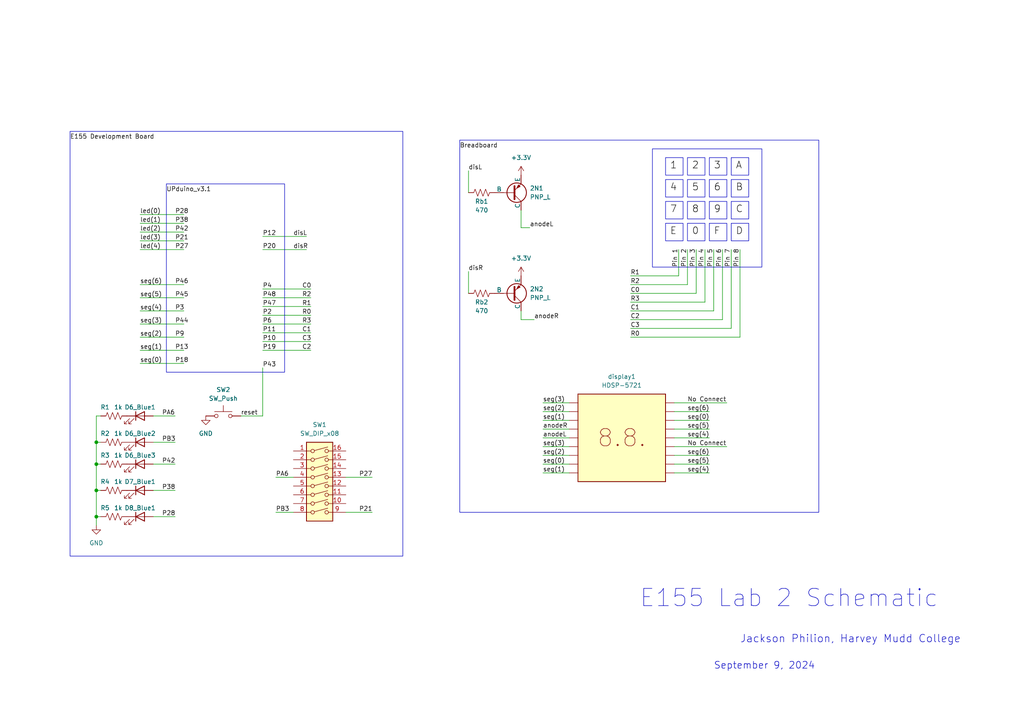
<source format=kicad_sch>
(kicad_sch (version 20230121) (generator eeschema)
  (paper "A4")
  (lib_symbols
    (symbol "Device:LED" (pin_numbers hide) (pin_names (offset 1.016) hide)
      (property "Reference" "D" (at 0 2.54 0))
      (property "Value" "LED" (at 0 -2.54 0))
      (symbol "LED_0_1"
        (polyline (pts (xy -1.27 -1.27) (xy -1.27 1.27)) (stroke (width 0.254)))
        (polyline (pts (xy -1.27 0) (xy 1.27 0)))
        (polyline (pts (xy 1.27 -1.27) (xy 1.27 1.27) (xy -1.27 0) (xy 1.27 -1.27)) (stroke (width 0.254)))
        (polyline (pts (xy -3.048 -0.762) (xy -4.572 -2.286) (xy -3.81 -2.286) (xy -4.572 -2.286) (xy -4.572 -1.524)))
        (polyline (pts (xy -1.778 -0.762) (xy -3.302 -2.286) (xy -2.54 -2.286) (xy -3.302 -2.286) (xy -3.302 -1.524)))
      )
      (symbol "LED_1_1"
        (pin passive line (at -3.81 0 0) (length 2.54) (name "K") (number "1"))
        (pin passive line (at 3.81 0 180) (length 2.54) (name "A") (number "2"))
      )
    )
    (symbol "Device:R_US" (pin_numbers hide) (pin_names (offset 0))
      (property "Reference" "R" (at 2.54 0 90))
      (property "Value" "R_US" (at -2.54 0 90))
      (symbol "R_US_0_1"
        (polyline (pts (xy 0 -2.286) (xy 0 -2.54)))
        (polyline (pts (xy 0 2.286) (xy 0 2.54)))
        (polyline (pts (xy 0 -0.762) (xy 1.016 -1.143) (xy 0 -1.524) (xy -1.016 -1.905) (xy 0 -2.286)))
        (polyline (pts (xy 0 0.762) (xy 1.016 0.381) (xy 0 0) (xy -1.016 -0.381) (xy 0 -0.762)))
        (polyline (pts (xy 0 2.286) (xy 1.016 1.905) (xy 0 1.524) (xy -1.016 1.143) (xy 0 0.762)))
      )
      (symbol "R_US_1_1"
        (pin passive line (at 0 3.81 270) (length 1.27) (name "~") (number "1"))
        (pin passive line (at 0 -3.81 90) (length 1.27) (name "~") (number "2"))
      )
    )
    (symbol "Display_Character:DA56-11CGKWA" (pin_numbers hide) (pin_names hide)
      (property "Reference" "display1" (at 0 -17.78 0))
      (property "Value" "HDSP-5721" (at 0 -15.24 0))
      (symbol "DA56-11CGKWA_0_1"
        (rectangle (start -12.7 12.7) (end 12.7 -12.7) (stroke (width 0.254)) (fill (type background)))
      )
      (symbol "DA56-11CGKWA_1_0"
        (text "8.8." (at 0 0 0) (effects (font (size 5 5))))
      )
      (symbol "DA56-11CGKWA_1_1"
        (pin input line (at -15.24 0 0) (length 2.54) (name "DIG1_E") (number "1"))
        (pin input line (at 15.24 7.62 180) (length 2.54) (name "DIG2_B") (number "10"))
        (pin input line (at 15.24 10.16 180) (length 2.54) (name "DIG2_A") (number "11"))
        (pin input line (at 15.24 -2.54 180) (length 2.54) (name "DIG2_F") (number "12"))
        (pin input line (at 15.24 -10.16 180) (length 2.54) (name "DIG2_CA") (number "13"))
        (pin input line (at -15.24 -10.16 0) (length 2.54) (name "DIG1_CA") (number "14"))
        (pin input line (at -15.24 7.62 0) (length 2.54) (name "DIG1_B") (number "15"))
        (pin input line (at -15.24 10.16 0) (length 2.54) (name "DIG1_A") (number "16"))
        (pin input line (at -15.24 -5.08 0) (length 2.54) (name "DIG1_G") (number "17"))
        (pin input line (at -15.24 -2.54 0) (length 2.54) (name "DIG1_F") (number "18"))
        (pin input line (at -15.24 2.54 0) (length 2.54) (name "DIG1_D") (number "2"))
        (pin input line (at -15.24 5.08 0) (length 2.54) (name "DIG1_C") (number "3"))
        (pin input line (at -15.24 -7.62 0) (length 2.54) (name "DP1") (number "4"))
        (pin input line (at 15.24 0 180) (length 2.54) (name "DIG2_E") (number "5"))
        (pin input line (at 15.24 2.54 180) (length 2.54) (name "DIG2_D") (number "6"))
        (pin input line (at 15.24 -5.08 180) (length 2.54) (name "DIG2_G") (number "7"))
        (pin input line (at 15.24 5.08 180) (length 2.54) (name "DIG2_C") (number "8"))
        (pin input line (at 15.24 -7.62 180) (length 2.54) (name "DP2") (number "9"))
      )
    )
    (symbol "Simulation_SPICE:PNP" (pin_numbers hide) (pin_names (offset 0))
      (property "Reference" "Q" (at -2.54 7.62 0))
      (property "Value" "PNP" (at -2.54 5.08 0))
      (symbol "PNP_0_1"
        (polyline (pts (xy -2.54 0) (xy 0.635 0)) (stroke (width 0.1524)))
        (polyline (pts (xy 0.635 0.635) (xy 2.54 2.54)))
        (polyline (pts (xy 0.635 -0.635) (xy 2.54 -2.54) (xy 2.54 -2.54)))
        (polyline (pts (xy 0.635 1.905) (xy 0.635 -1.905) (xy 0.635 -1.905)) (stroke (width 0.508)))
        (polyline (pts (xy 2.286 -1.778) (xy 1.778 -2.286) (xy 1.27 -1.27) (xy 2.286 -1.778) (xy 2.286 -1.778)) (fill (type outline)))
        (circle (center 1.27 0) (radius 2.8194) (stroke (width 0.254)))
      )
      (symbol "PNP_1_1"
        (pin open_collector line (at 2.54 5.08 270) (length 2.54) (name "C") (number "1"))
        (pin input line (at -5.08 0 0) (length 2.54) (name "B") (number "2"))
        (pin open_emitter line (at 2.54 -5.08 90) (length 2.54) (name "E") (number "3"))
      )
    )
    (symbol "Switch:SW_DIP_x08" (pin_names (offset 0) hide)
      (property "Reference" "SW" (at 0 13.97 0))
      (property "Value" "SW_DIP_x08" (at 0 -11.43 0))
      (symbol "SW_DIP_x08_0_0"
        (circle (center -2.032 -7.62) (radius 0.508))
        (circle (center -2.032 -5.08) (radius 0.508))
        (circle (center -2.032 -2.54) (radius 0.508))
        (circle (center -2.032 0) (radius 0.508))
        (circle (center -2.032 2.54) (radius 0.508))
        (circle (center -2.032 5.08) (radius 0.508))
        (circle (center -2.032 7.62) (radius 0.508))
        (circle (center -2.032 10.16) (radius 0.508))
        (polyline (pts (xy -1.524 -7.4676) (xy 2.3622 -6.4262)))
        (polyline (pts (xy -1.524 -4.9276) (xy 2.3622 -3.8862)))
        (polyline (pts (xy -1.524 -2.3876) (xy 2.3622 -1.3462)))
        (polyline (pts (xy -1.524 0.127) (xy 2.3622 1.1684)))
        (polyline (pts (xy -1.524 2.667) (xy 2.3622 3.7084)))
        (polyline (pts (xy -1.524 5.207) (xy 2.3622 6.2484)))
        (polyline (pts (xy -1.524 7.747) (xy 2.3622 8.7884)))
        (polyline (pts (xy -1.524 10.287) (xy 2.3622 11.3284)))
        (circle (center 2.032 -7.62) (radius 0.508))
        (circle (center 2.032 -5.08) (radius 0.508))
        (circle (center 2.032 -2.54) (radius 0.508))
        (circle (center 2.032 0) (radius 0.508))
        (circle (center 2.032 2.54) (radius 0.508))
        (circle (center 2.032 5.08) (radius 0.508))
        (circle (center 2.032 7.62) (radius 0.508))
        (circle (center 2.032 10.16) (radius 0.508))
      )
      (symbol "SW_DIP_x08_0_1"
        (rectangle (start -3.81 12.7) (end 3.81 -10.16) (stroke (width 0.254)) (fill (type background)))
      )
      (symbol "SW_DIP_x08_1_1"
        (pin passive line (at -7.62 10.16 0) (length 5.08) (name "~") (number "1"))
        (pin passive line (at 7.62 -5.08 180) (length 5.08) (name "~") (number "10"))
        (pin passive line (at 7.62 -2.54 180) (length 5.08) (name "~") (number "11"))
        (pin passive line (at 7.62 0 180) (length 5.08) (name "~") (number "12"))
        (pin passive line (at 7.62 2.54 180) (length 5.08) (name "~") (number "13"))
        (pin passive line (at 7.62 5.08 180) (length 5.08) (name "~") (number "14"))
        (pin passive line (at 7.62 7.62 180) (length 5.08) (name "~") (number "15"))
        (pin passive line (at 7.62 10.16 180) (length 5.08) (name "~") (number "16"))
        (pin passive line (at -7.62 7.62 0) (length 5.08) (name "~") (number "2"))
        (pin passive line (at -7.62 5.08 0) (length 5.08) (name "~") (number "3"))
        (pin passive line (at -7.62 2.54 0) (length 5.08) (name "~") (number "4"))
        (pin passive line (at -7.62 0 0) (length 5.08) (name "~") (number "5"))
        (pin passive line (at -7.62 -2.54 0) (length 5.08) (name "~") (number "6"))
        (pin passive line (at -7.62 -5.08 0) (length 5.08) (name "~") (number "7"))
        (pin passive line (at -7.62 -7.62 0) (length 5.08) (name "~") (number "8"))
        (pin passive line (at 7.62 -7.62 180) (length 5.08) (name "~") (number "9"))
      )
    )
    (symbol "Switch:SW_Push" (pin_numbers hide) (pin_names (offset 1.016) hide)
      (property "Reference" "SW" (at 1.27 2.54 0))
      (property "Value" "SW_Push" (at 0 -1.524 0))
      (symbol "SW_Push_0_1"
        (circle (center -2.032 0) (radius 0.508))
        (polyline (pts (xy 0 1.27) (xy 0 3.048)))
        (polyline (pts (xy 2.54 1.27) (xy -2.54 1.27)))
        (circle (center 2.032 0) (radius 0.508))
        (pin passive line (at -5.08 0 0) (length 2.54) (name "1") (number "1"))
        (pin passive line (at 5.08 0 180) (length 2.54) (name "2") (number "2"))
      )
    )
    (symbol "power:+3.3V" (power) (pin_names (offset 0))
      (property "Value" "+3.3V" (at 0 3.556 0))
      (symbol "+3.3V_0_1"
        (polyline (pts (xy -0.762 1.27) (xy 0 2.54)))
        (polyline (pts (xy 0 0) (xy 0 2.54)))
        (polyline (pts (xy 0 2.54) (xy 0.762 1.27)))
      )
      (symbol "+3.3V_1_1"
        (pin power_in line (at 0 0 90) (length 0) hide (name "+3.3V") (number "1"))
      )
    )
    (symbol "power:GND" (power) (pin_names (offset 0))
      (property "Value" "GND" (at 0 -3.81 0))
      (symbol "GND_0_1"
        (polyline (pts (xy 0 0) (xy 0 -1.27) (xy 1.27 -1.27) (xy 0 -2.54) (xy -1.27 -1.27) (xy 0 -1.27)))
      )
      (symbol "GND_1_1"
        (pin power_in line (at 0 0 270) (length 0) hide (name "GND") (number "1"))
      )
    )
  )
  (junction (at 27.94 128.27))
  (junction (at 27.94 134.62))
  (junction (at 27.94 142.24))
  (junction (at 27.94 149.86))
  (wire (pts (xy 151.13 92.71) (xy 151.13 90.17)))
  (wire (pts (xy 157.48 127) (xy 165.1 127)))
  (wire (pts (xy 135.89 49.53) (xy 135.89 55.88)))
  (wire (pts (xy 44.45 149.86) (xy 50.8 149.86)))
  (wire (pts (xy 27.94 128.27) (xy 27.94 134.62)))
  (wire (pts (xy 195.58 116.84) (xy 210.82 116.84)))
  (wire (pts (xy 40.64 90.17) (xy 53.34 90.17)))
  (wire (pts (xy 157.48 134.62) (xy 165.1 134.62)))
  (wire (pts (xy 153.67 66.04) (xy 151.13 66.04)))
  (wire (pts (xy 199.39 72.39) (xy 199.39 82.55)))
  (wire (pts (xy 76.2 96.52) (xy 90.17 96.52)))
  (wire (pts (xy 27.94 142.24) (xy 29.21 142.24)))
  (wire (pts (xy 40.64 101.6) (xy 53.34 101.6)))
  (wire (pts (xy 182.88 95.25) (xy 212.09 95.25)))
  (wire (pts (xy 40.64 97.79) (xy 53.34 97.79)))
  (wire (pts (xy 201.93 72.39) (xy 201.93 85.09)))
  (wire (pts (xy 80.01 148.59) (xy 85.09 148.59)))
  (wire (pts (xy 40.64 62.23) (xy 53.34 62.23)))
  (wire (pts (xy 44.45 134.62) (xy 50.8 134.62)))
  (wire (pts (xy 44.45 128.27) (xy 50.8 128.27)))
  (wire (pts (xy 40.64 82.55) (xy 53.34 82.55)))
  (wire (pts (xy 27.94 149.86) (xy 29.21 149.86)))
  (wire (pts (xy 195.58 121.92) (xy 205.74 121.92)))
  (wire (pts (xy 40.64 86.36) (xy 53.34 86.36)))
  (wire (pts (xy 76.2 106.68) (xy 76.2 120.65)))
  (wire (pts (xy 157.48 132.08) (xy 165.1 132.08)))
  (wire (pts (xy 182.88 92.71) (xy 209.55 92.71)))
  (wire (pts (xy 212.09 72.39) (xy 212.09 95.25)))
  (wire (pts (xy 40.64 69.85) (xy 53.34 69.85)))
  (wire (pts (xy 195.58 137.16) (xy 205.74 137.16)))
  (wire (pts (xy 204.47 72.39) (xy 204.47 87.63)))
  (wire (pts (xy 40.64 67.31) (xy 53.34 67.31)))
  (wire (pts (xy 157.48 137.16) (xy 165.1 137.16)))
  (wire (pts (xy 182.88 82.55) (xy 199.39 82.55)))
  (wire (pts (xy 76.2 93.98) (xy 90.17 93.98)))
  (wire (pts (xy 182.88 90.17) (xy 207.01 90.17)))
  (wire (pts (xy 195.58 119.38) (xy 205.74 119.38)))
  (wire (pts (xy 157.48 129.54) (xy 165.1 129.54)))
  (wire (pts (xy 29.21 134.62) (xy 27.94 134.62)))
  (wire (pts (xy 182.88 85.09) (xy 201.93 85.09)))
  (wire (pts (xy 182.88 80.01) (xy 196.85 80.01)))
  (wire (pts (xy 76.2 88.9) (xy 90.17 88.9)))
  (wire (pts (xy 157.48 116.84) (xy 165.1 116.84)))
  (wire (pts (xy 80.01 138.43) (xy 85.09 138.43)))
  (wire (pts (xy 76.2 101.6) (xy 90.17 101.6)))
  (wire (pts (xy 44.45 142.24) (xy 50.8 142.24)))
  (wire (pts (xy 76.2 99.06) (xy 90.17 99.06)))
  (wire (pts (xy 157.48 121.92) (xy 165.1 121.92)))
  (wire (pts (xy 195.58 124.46) (xy 205.74 124.46)))
  (wire (pts (xy 76.2 72.39) (xy 88.9 72.39)))
  (wire (pts (xy 209.55 72.39) (xy 209.55 92.71)))
  (wire (pts (xy 151.13 66.04) (xy 151.13 60.96)))
  (wire (pts (xy 29.21 128.27) (xy 27.94 128.27)))
  (wire (pts (xy 207.01 72.39) (xy 207.01 90.17)))
  (wire (pts (xy 195.58 127) (xy 205.74 127)))
  (wire (pts (xy 76.2 83.82) (xy 90.17 83.82)))
  (wire (pts (xy 135.89 78.74) (xy 135.89 85.09)))
  (wire (pts (xy 182.88 97.79) (xy 214.63 97.79)))
  (wire (pts (xy 157.48 124.46) (xy 165.1 124.46)))
  (wire (pts (xy 195.58 134.62) (xy 205.74 134.62)))
  (wire (pts (xy 157.48 119.38) (xy 165.1 119.38)))
  (wire (pts (xy 182.88 87.63) (xy 204.47 87.63)))
  (wire (pts (xy 76.2 91.44) (xy 90.17 91.44)))
  (wire (pts (xy 27.94 142.24) (xy 27.94 149.86)))
  (wire (pts (xy 195.58 129.54) (xy 210.82 129.54)))
  (wire (pts (xy 76.2 68.58) (xy 88.9 68.58)))
  (wire (pts (xy 40.64 72.39) (xy 53.34 72.39)))
  (wire (pts (xy 27.94 134.62) (xy 27.94 142.24)))
  (wire (pts (xy 44.45 120.65) (xy 50.8 120.65)))
  (wire (pts (xy 27.94 120.65) (xy 27.94 128.27)))
  (wire (pts (xy 29.21 120.65) (xy 27.94 120.65)))
  (wire (pts (xy 154.94 92.71) (xy 151.13 92.71)))
  (wire (pts (xy 100.33 138.43) (xy 107.95 138.43)))
  (wire (pts (xy 27.94 149.86) (xy 27.94 152.4)))
  (wire (pts (xy 40.64 105.41) (xy 53.34 105.41)))
  (wire (pts (xy 40.64 93.98) (xy 53.34 93.98)))
  (wire (pts (xy 196.85 72.39) (xy 196.85 80.01)))
  (wire (pts (xy 100.33 148.59) (xy 107.95 148.59)))
  (wire (pts (xy 40.64 64.77) (xy 53.34 64.77)))
  (wire (pts (xy 214.63 72.39) (xy 214.63 97.79)))
  (wire (pts (xy 76.2 86.36) (xy 90.17 86.36)))
  (wire (pts (xy 195.58 132.08) (xy 205.74 132.08)))
  (wire (pts (xy 69.85 120.65) (xy 76.2 120.65)))
  (rectangle (start 193.04 64.77) (end 198.12 69.85))
  (rectangle (start 193.04 45.72) (end 198.12 50.8))
  (rectangle (start 133.35 40.64) (end 237.49 148.59))
  (rectangle (start 189.23 43.18) (end 220.98 77.47))
  (rectangle (start 212.09 58.42) (end 217.17 63.5))
  (rectangle (start 193.04 58.42) (end 198.12 63.5))
  (rectangle (start 212.09 64.77) (end 217.17 69.85))
  (rectangle (start 212.09 45.72) (end 217.17 50.8))
  (rectangle (start 205.74 52.07) (end 210.82 57.15))
  (rectangle (start 199.39 52.07) (end 204.47 57.15))
  (rectangle (start 199.39 64.77) (end 204.47 69.85))
  (rectangle (start 20.32 38.1) (end 116.84 161.29))
  (rectangle (start 205.74 64.77) (end 210.82 69.85))
  (rectangle (start 205.74 58.42) (end 210.82 63.5))
  (rectangle (start 199.39 58.42) (end 204.47 63.5))
  (rectangle (start 205.74 45.72) (end 210.82 50.8))
  (rectangle (start 199.39 45.72) (end 204.47 50.8))
  (rectangle (start 48.26 53.34) (end 82.55 107.95))
  (rectangle (start 212.09 52.07) (end 217.17 57.15))
  (rectangle (start 193.04 52.07) (end 198.12 57.15))
  (text "E155 Lab 2 Schematic" (at 185.42 176.53 0) (effects (font (size 5 5)) (justify left bottom)))
  (text "September 9, 2024" (at 207.01 194.31 0) (effects (font (size 2 2)) (justify left bottom)))
  (text "Jackson Philion, Harvey Mudd College" (at 214.63 186.69 0) (effects (font (size 2.2 2.2)) (justify left bottom)))
  (label "4" (at 194.31 55.88 0) (effects (font (size 2 2))))
  (label "seg(0)" (at 157.48 134.62 0))
  (label "seg(5)" (at 199.39 134.62 0))
  (label "P47" (at 76.2 88.9 0))
  (label "P38" (at 50.8 64.77 0))
  (label "seg(1)" (at 157.48 121.92 0))
  (label "C1" (at 87.63 96.52 0))
  (label "P45" (at 50.8 86.36 0))
  (label "P13" (at 50.8 101.6 0))
  (label "2" (at 200.66 49.53 0) (effects (font (size 2 2))))
  (label "P28" (at 46.99 149.86 0))
  (label "led(0)" (at 40.64 62.23 0))
  (label "led(4)" (at 40.64 72.39 0))
  (label "E" (at 194.31 68.58 0) (effects (font (size 2 2))))
  (label "P6" (at 76.2 93.98 0))
  (label "Pin 3" (at 201.93 77.47 90))
  (label "anodeR" (at 157.48 124.46 0))
  (label "C" (at 213.36 62.23 0) (effects (font (size 2 2))))
  (label "seg(5)" (at 199.39 124.46 0))
  (label "seg(0)" (at 199.39 121.92 0))
  (label "P12" (at 76.2 68.58 0))
  (label "R2" (at 182.88 82.55 0))
  (label "disR" (at 85.09 72.39 0))
  (label "anodeL" (at 157.48 127 0))
  (label "seg(2)" (at 40.64 97.79 0))
  (label "A" (at 213.36 49.53 0) (effects (font (size 2 2))))
  (label "C3" (at 182.88 95.25 0))
  (label "8" (at 200.66 62.23 0) (effects (font (size 2 2))))
  (label "P2" (at 76.2 91.44 0))
  (label "anodeR" (at 154.94 92.71 0))
  (label "1" (at 194.31 49.53 0) (effects (font (size 2 2))))
  (label "reset" (at 69.85 120.65 0))
  (label "R0" (at 182.88 97.79 0))
  (label "seg(4)" (at 40.64 90.17 0))
  (label "P21" (at 50.8 69.85 0))
  (label "seg(1)" (at 157.48 137.16 0))
  (label "Pin 6" (at 209.55 77.47 90))
  (label "PA6" (at 80.01 138.43 0))
  (label "led(2)" (at 40.64 67.31 0))
  (label "C1" (at 182.88 90.17 0))
  (label "3" (at 207.01 49.53 0) (effects (font (size 2 2))))
  (label "7" (at 194.31 62.23 0) (effects (font (size 2 2))))
  (label "Pin 4" (at 204.47 77.47 90))
  (label "R3" (at 182.88 87.63 0))
  (label "P18" (at 50.8 105.41 0))
  (label "6" (at 207.01 55.88 0) (effects (font (size 2 2))))
  (label "C0" (at 182.88 85.09 0))
  (label "disL" (at 135.89 49.53 0))
  (label "led(3)" (at 40.64 69.85 0))
  (label "P28" (at 50.8 62.23 0))
  (label "Breadboard" (at 133.35 43.18 0))
  (label "seg(5)" (at 40.64 86.36 0))
  (label "P19" (at 76.2 101.6 0))
  (label "seg(3)" (at 157.48 116.84 0))
  (label "C3" (at 87.63 99.06 0))
  (label "PB3" (at 46.99 128.27 0))
  (label "F" (at 207.01 68.58 0) (effects (font (size 2 2))))
  (label "seg(4)" (at 199.39 127 0))
  (label "P27" (at 50.8 72.39 0))
  (label "disR" (at 135.89 78.74 0))
  (label "R2" (at 87.63 86.36 0))
  (label "seg(1)" (at 40.64 101.6 0))
  (label "seg(3)" (at 157.48 129.54 0))
  (label "seg(4)" (at 199.39 137.16 0))
  (label "disL" (at 85.09 68.58 0))
  (label "seg(6)" (at 199.39 132.08 0))
  (label "P10" (at 76.2 99.06 0))
  (label "anodeL" (at 153.67 66.04 0))
  (label "D" (at 213.36 68.58 0) (effects (font (size 2 2))))
  (label "Pin 2" (at 199.39 77.47 90))
  (label "R3" (at 87.63 93.98 0))
  (label "P46" (at 50.8 82.55 0))
  (label "P20" (at 76.2 72.39 0))
  (label "Pin 5" (at 207.01 77.47 90))
  (label "P48" (at 76.2 86.36 0))
  (label "No Connect" (at 199.39 129.54 0))
  (label "P27" (at 104.14 138.43 0))
  (label "B" (at 213.36 55.88 0) (effects (font (size 2 2))))
  (label "R0" (at 87.63 91.44 0))
  (label "seg(3)" (at 40.64 93.98 0))
  (label "C0" (at 87.63 83.82 0))
  (label "seg(6)" (at 199.39 119.38 0))
  (label "5" (at 200.66 55.88 0) (effects (font (size 2 2))))
  (label "R1" (at 182.88 80.01 0))
  (label "seg(0)" (at 40.64 105.41 0))
  (label "R1" (at 87.63 88.9 0))
  (label "E155 Development Board" (at 20.32 40.64 0))
  (label "UPduino_v3.1" (at 48.26 55.88 0))
  (label "PB3" (at 80.01 148.59 0))
  (label "seg(2)" (at 157.48 119.38 0))
  (label "0" (at 200.66 68.58 0) (effects (font (size 2 2))))
  (label "C2" (at 182.88 92.71 0))
  (label "PA6" (at 46.99 120.65 0))
  (label "Pin 1" (at 196.85 77.47 90))
  (label "seg(2)" (at 157.48 132.08 0))
  (label "P3" (at 50.8 90.17 0))
  (label "led(1)" (at 40.64 64.77 0))
  (label "Pin 7" (at 212.09 77.47 90))
  (label "P9" (at 50.8 97.79 0))
  (label "P4" (at 76.2 83.82 0))
  (label "No Connect" (at 199.39 116.84 0))
  (label "9" (at 207.01 62.23 0) (effects (font (size 2 2))))
  (label "P43" (at 76.2 106.68 0))
  (label "Pin 8" (at 214.63 77.47 90))
  (label "P42" (at 46.99 134.62 0))
  (label "P44" (at 50.8 93.98 0))
  (label "C2" (at 87.63 101.6 0))
  (label "P42" (at 50.8 67.31 0))
  (label "P11" (at 76.2 96.52 0))
  (label "P38" (at 46.99 142.24 0))
  (label "seg(6)" (at 40.64 82.55 0))
  (label "P21" (at 104.14 148.59 0))
  (symbol (lib_id "Device:LED") (at 40.64 149.86 0) (unit 1)
    (property "Reference" "D8_Blue1" (at 40.64 147.32 0))
    (property "Value" "LED" (effects hide))
  )
  (symbol (lib_id "power:+3.3V") (at 151.13 80.01 0) (unit 1)
    (property "Reference" "#PWR03" (effects hide))
    (property "Value" "+3.3V" (at 151.13 74.93 0))
  )
  (symbol (lib_id "power:GND") (at 59.69 120.65 0) (unit 1)
    (property "Reference" "#PWR04" (effects hide))
    (property "Value" "GND" (at 59.69 125.73 0))
  )
  (symbol (lib_id "Device:R_US") (at 139.7 55.88 90) (unit 1)
    (property "Reference" "Rb1" (at 139.7 58.42 90))
    (property "Value" "470" (at 139.7 60.96 90))
  )
  (symbol (lib_id "Switch:SW_Push") (at 64.77 120.65 0) (unit 1)
    (property "Reference" "SW2" (at 64.77 113.03 0))
    (property "Value" "SW_Push" (at 64.77 115.57 0))
  )
  (symbol (lib_id "Device:R_US") (at 33.02 149.86 90) (unit 1)
    (property "Reference" "R5" (at 30.48 147.32 90))
    (property "Value" "1k" (at 34.29 147.32 90))
  )
  (symbol (lib_id "Device:R_US") (at 33.02 128.27 90) (unit 1)
    (property "Reference" "R2" (at 30.48 125.73 90))
    (property "Value" "1k" (at 34.29 125.73 90))
  )
  (symbol (lib_id "power:GND") (at 27.94 152.4 0) (unit 1)
    (property "Reference" "#PWR01" (effects hide))
    (property "Value" "GND" (at 27.94 157.48 0))
  )
  (symbol (lib_id "Simulation_SPICE:PNP") (at 148.59 55.88 0) (mirror x) (unit 1)
    (property "Reference" "2N1" (at 153.67 54.61 0) (effects (justify left)))
    (property "Value" "PNP_L" (at 153.67 57.15 0) (effects (justify left)))
    (property "Sim.Device" "PNP" (effects hide))
    (property "Sim.Type" "GUMMELPOON" (effects hide))
    (property "Sim.Pins" "1=C 2=B 3=E" (effects hide))
  )
  (symbol (lib_id "Device:LED") (at 40.64 120.65 0) (unit 1)
    (property "Reference" "D6_Blue1" (at 40.64 118.11 0))
    (property "Value" "LED" (effects hide))
  )
  (symbol (lib_id "Simulation_SPICE:PNP") (at 148.59 85.09 0) (mirror x) (unit 1)
    (property "Reference" "2N2" (at 153.67 83.82 0) (effects (justify left)))
    (property "Value" "PNP_L" (at 153.67 86.36 0) (effects (justify left)))
    (property "Sim.Device" "PNP" (effects hide))
    (property "Sim.Type" "GUMMELPOON" (effects hide))
    (property "Sim.Pins" "1=C 2=B 3=E" (effects hide))
  )
  (symbol (lib_id "Switch:SW_DIP_x08") (at 92.71 140.97 0) (unit 1)
    (property "Reference" "SW1" (at 92.71 123.19 0))
    (property "Value" "SW_DIP_x08" (at 92.71 125.73 0))
  )
  (symbol (lib_id "Device:R_US") (at 139.7 85.09 90) (unit 1)
    (property "Reference" "Rb2" (at 139.7 87.63 90))
    (property "Value" "470" (at 139.7 90.17 90))
  )
  (symbol (lib_id "Device:LED") (at 40.64 142.24 0) (unit 1)
    (property "Reference" "D7_Blue1" (at 40.64 139.7 0))
    (property "Value" "LED" (effects hide))
  )
  (symbol (lib_id "power:+3.3V") (at 151.13 50.8 0) (unit 1)
    (property "Reference" "#PWR02" (effects hide))
    (property "Value" "+3.3V" (at 151.13 45.72 0))
  )
  (symbol (lib_id "Device:LED") (at 40.64 128.27 0) (unit 1)
    (property "Reference" "D6_Blue2" (at 40.64 125.73 0))
    (property "Value" "LED" (effects hide))
  )
  (symbol (lib_id "Device:R_US") (at 33.02 134.62 90) (unit 1)
    (property "Reference" "R3" (at 30.48 132.08 90))
    (property "Value" "1k" (at 34.29 132.08 90))
  )
  (symbol (lib_id "Display_Character:DA56-11CGKWA") (at 180.34 127 180) (unit 1)
    (property "Reference" "display1" (at 180.34 109.22 0))
    (property "Value" "HDSP-5721" (at 180.34 111.76 0))
    (property "Footprint" "Display_7Segment:DA56-11CGKWA" (effects hide))
  )
  (symbol (lib_id "Device:LED") (at 40.64 134.62 0) (unit 1)
    (property "Reference" "D6_Blue3" (at 40.64 132.08 0))
    (property "Value" "LED" (effects hide))
  )
  (symbol (lib_id "Device:R_US") (at 33.02 142.24 90) (unit 1)
    (property "Reference" "R4" (at 30.48 139.7 90))
    (property "Value" "1k" (at 34.29 139.7 90))
  )
  (symbol (lib_id "Device:R_US") (at 33.02 120.65 90) (unit 1)
    (property "Reference" "R1" (at 30.48 118.11 90))
    (property "Value" "1k" (at 34.29 118.11 90))
  )
)
</source>
